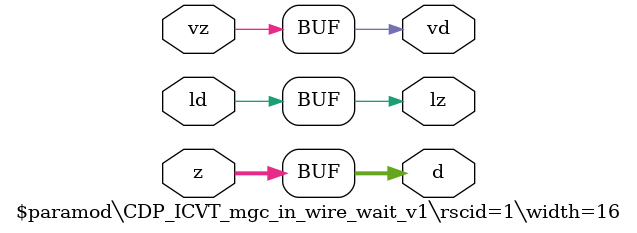
<source format=v>
module \$paramod\CDP_ICVT_mgc_in_wire_wait_v1\rscid=1\width=16 (ld, vd, d, lz, vz, z);
  (* src = "./vmod/vlibs/HLS_cdp_icvt.v:14" *)
  output [15:0] d;
  (* src = "./vmod/vlibs/HLS_cdp_icvt.v:12" *)
  input ld;
  (* src = "./vmod/vlibs/HLS_cdp_icvt.v:15" *)
  output lz;
  (* src = "./vmod/vlibs/HLS_cdp_icvt.v:13" *)
  output vd;
  (* src = "./vmod/vlibs/HLS_cdp_icvt.v:16" *)
  input vz;
  (* src = "./vmod/vlibs/HLS_cdp_icvt.v:17" *)
  input [15:0] z;
  assign d = z;
  assign lz = ld;
  assign vd = vz;
endmodule

</source>
